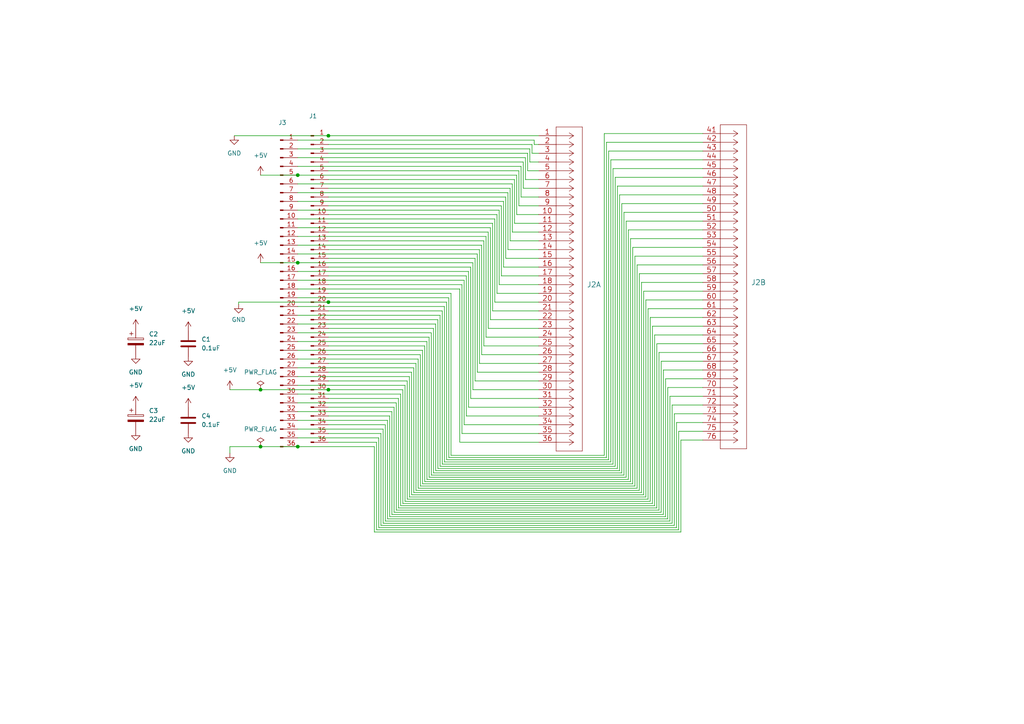
<source format=kicad_sch>
(kicad_sch (version 20211123) (generator eeschema)
  (paper "A4")
  (title_block (title "EDO SIMM Breadboard Adaptor") (date "2022-08-16"))
  (lib_symbols
    (symbol "Connector:Conn_01x36_Male" (pin_names (offset 1.016) hide)
      (property "Reference" "J" (at 0 45.72 0))
      (property "Value" "Conn_01x36_Male" (at 0 -48.26 0))
      (symbol "Conn_01x36_Male_1_1"
        (pin passive line (at 5.08 43.18 180) (length 3.81) (name "Pin_1") (number "1"))
        (pin passive line (at 5.08 20.32 180) (length 3.81) (name "Pin_10") (number "10"))
        (pin passive line (at 5.08 17.78 180) (length 3.81) (name "Pin_11") (number "11"))
        (pin passive line (at 5.08 15.24 180) (length 3.81) (name "Pin_12") (number "12"))
        (pin passive line (at 5.08 12.7 180) (length 3.81) (name "Pin_13") (number "13"))
        (pin passive line (at 5.08 10.16 180) (length 3.81) (name "Pin_14") (number "14"))
        (pin passive line (at 5.08 7.62 180) (length 3.81) (name "Pin_15") (number "15"))
        (pin passive line (at 5.08 5.08 180) (length 3.81) (name "Pin_16") (number "16"))
        (pin passive line (at 5.08 2.54 180) (length 3.81) (name "Pin_17") (number "17"))
        (pin passive line (at 5.08 0 180) (length 3.81) (name "Pin_18") (number "18"))
        (pin passive line (at 5.08 -2.54 180) (length 3.81) (name "Pin_19") (number "19"))
        (pin passive line (at 5.08 40.64 180) (length 3.81) (name "Pin_2") (number "2"))
        (pin passive line (at 5.08 -5.08 180) (length 3.81) (name "Pin_20") (number "20"))
        (pin passive line (at 5.08 -7.62 180) (length 3.81) (name "Pin_21") (number "21"))
        (pin passive line (at 5.08 -10.16 180) (length 3.81) (name "Pin_22") (number "22"))
        (pin passive line (at 5.08 -12.7 180) (length 3.81) (name "Pin_23") (number "23"))
        (pin passive line (at 5.08 -15.24 180) (length 3.81) (name "Pin_24") (number "24"))
        (pin passive line (at 5.08 -17.78 180) (length 3.81) (name "Pin_25") (number "25"))
        (pin passive line (at 5.08 -20.32 180) (length 3.81) (name "Pin_26") (number "26"))
        (pin passive line (at 5.08 -22.86 180) (length 3.81) (name "Pin_27") (number "27"))
        (pin passive line (at 5.08 -25.4 180) (length 3.81) (name "Pin_28") (number "28"))
        (pin passive line (at 5.08 -27.94 180) (length 3.81) (name "Pin_29") (number "29"))
        (pin passive line (at 5.08 38.1 180) (length 3.81) (name "Pin_3") (number "3"))
        (pin passive line (at 5.08 -30.48 180) (length 3.81) (name "Pin_30") (number "30"))
        (pin passive line (at 5.08 -33.02 180) (length 3.81) (name "Pin_31") (number "31"))
        (pin passive line (at 5.08 -35.56 180) (length 3.81) (name "Pin_32") (number "32"))
        (pin passive line (at 5.08 -38.1 180) (length 3.81) (name "Pin_33") (number "33"))
        (pin passive line (at 5.08 -40.64 180) (length 3.81) (name "Pin_34") (number "34"))
        (pin passive line (at 5.08 -43.18 180) (length 3.81) (name "Pin_35") (number "35"))
        (pin passive line (at 5.08 -45.72 180) (length 3.81) (name "Pin_36") (number "36"))
        (pin passive line (at 5.08 35.56 180) (length 3.81) (name "Pin_4") (number "4"))
        (pin passive line (at 5.08 33.02 180) (length 3.81) (name "Pin_5") (number "5"))
        (pin passive line (at 5.08 30.48 180) (length 3.81) (name "Pin_6") (number "6"))
        (pin passive line (at 5.08 27.94 180) (length 3.81) (name "Pin_7") (number "7"))
        (pin passive line (at 5.08 25.4 180) (length 3.81) (name "Pin_8") (number "8"))
        (pin passive line (at 5.08 22.86 180) (length 3.81) (name "Pin_9") (number "9"))
      )
    )
    (symbol "Device:C" (pin_numbers hide) (pin_names (offset 0.254))
      (property "Reference" "C" (at 0.635 2.54 0))
      (property "Value" "C" (at 0.635 -2.54 0))
      (symbol "C_1_1"
        (pin passive line (at 0 3.81 270) (length 2.794) (name "~") (number "1"))
        (pin passive line (at 0 -3.81 90) (length 2.794) (name "~") (number "2"))
      )
    )
    (symbol "Device:C_Polarized" (pin_numbers hide) (pin_names (offset 0.254))
      (property "Reference" "C" (at 0.635 2.54 0))
      (property "Value" "C_Polarized" (at 0.635 -2.54 0))
      (symbol "C_Polarized_1_1"
        (pin passive line (at 0 3.81 270) (length 2.794) (name "~") (number "1"))
        (pin passive line (at 0 -3.81 90) (length 2.794) (name "~") (number "2"))
      )
    )
    (symbol "SIMM:5822134-3" (pin_names (offset 0.254) hide)
      (property "Reference" "J" (at 8.89 6.35 0))
      (property "Value" "5822134-3" (at 10.16 -45.72 0))
      (symbol "5822134-3_1_1"
        (pin unspecified line (at 0 0 0) (length 5.08) (name "1") (number "1"))
        (pin unspecified line (at 0 -22.86 0) (length 5.08) (name "10") (number "10"))
        (pin unspecified line (at 0 -25.4 0) (length 5.08) (name "11") (number "11"))
        (pin unspecified line (at 0 -27.94 0) (length 5.08) (name "12") (number "12"))
        (pin unspecified line (at 0 -30.48 0) (length 5.08) (name "13") (number "13"))
        (pin unspecified line (at 0 -33.02 0) (length 5.08) (name "14") (number "14"))
        (pin unspecified line (at 0 -35.56 0) (length 5.08) (name "15") (number "15"))
        (pin unspecified line (at 0 -38.1 0) (length 5.08) (name "16") (number "16"))
        (pin unspecified line (at 0 -40.64 0) (length 5.08) (name "17") (number "17"))
        (pin unspecified line (at 0 -43.18 0) (length 5.08) (name "18") (number "18"))
        (pin unspecified line (at 0 -45.72 0) (length 5.08) (name "19") (number "19"))
        (pin unspecified line (at 0 -2.54 0) (length 5.08) (name "2") (number "2"))
        (pin unspecified line (at 0 -48.26 0) (length 5.08) (name "20") (number "20"))
        (pin unspecified line (at 0 -50.8 0) (length 5.08) (name "21") (number "21"))
        (pin unspecified line (at 0 -53.34 0) (length 5.08) (name "22") (number "22"))
        (pin unspecified line (at 0 -55.88 0) (length 5.08) (name "23") (number "23"))
        (pin unspecified line (at 0 -58.42 0) (length 5.08) (name "24") (number "24"))
        (pin unspecified line (at 0 -60.96 0) (length 5.08) (name "25") (number "25"))
        (pin unspecified line (at 0 -63.5 0) (length 5.08) (name "26") (number "26"))
        (pin unspecified line (at 0 -66.04 0) (length 5.08) (name "27") (number "27"))
        (pin unspecified line (at 0 -68.58 0) (length 5.08) (name "28") (number "28"))
        (pin unspecified line (at 0 -71.12 0) (length 5.08) (name "29") (number "29"))
        (pin unspecified line (at 0 -5.08 0) (length 5.08) (name "3") (number "3"))
        (pin unspecified line (at 0 -73.66 0) (length 5.08) (name "30") (number "30"))
        (pin unspecified line (at 0 -76.2 0) (length 5.08) (name "31") (number "31"))
        (pin unspecified line (at 0 -78.74 0) (length 5.08) (name "32") (number "32"))
        (pin unspecified line (at 0 -81.28 0) (length 5.08) (name "33") (number "33"))
        (pin unspecified line (at 0 -83.82 0) (length 5.08) (name "34") (number "34"))
        (pin unspecified line (at 0 -86.36 0) (length 5.08) (name "35") (number "35"))
        (pin unspecified line (at 0 -88.9 0) (length 5.08) (name "36") (number "36"))
        (pin unspecified line (at 0 -7.62 0) (length 5.08) (name "4") (number "4"))
        (pin unspecified line (at 0 -10.16 0) (length 5.08) (name "5") (number "5"))
        (pin unspecified line (at 0 -12.7 0) (length 5.08) (name "6") (number "6"))
        (pin unspecified line (at 0 -15.24 0) (length 5.08) (name "7") (number "7"))
        (pin unspecified line (at 0 -17.78 0) (length 5.08) (name "8") (number "8"))
        (pin unspecified line (at 0 -20.32 0) (length 5.08) (name "9") (number "9"))
      )
      (symbol "5822134-3_2_1"
        (pin unspecified line (at 0 0 0) (length 5.08) (name "41") (number "41"))
        (pin unspecified line (at 0 -2.54 0) (length 5.08) (name "42") (number "42"))
        (pin unspecified line (at 0 -5.08 0) (length 5.08) (name "43") (number "43"))
        (pin unspecified line (at 0 -7.62 0) (length 5.08) (name "44") (number "44"))
        (pin unspecified line (at 0 -10.16 0) (length 5.08) (name "45") (number "45"))
        (pin unspecified line (at 0 -12.7 0) (length 5.08) (name "46") (number "46"))
        (pin unspecified line (at 0 -15.24 0) (length 5.08) (name "47") (number "47"))
        (pin unspecified line (at 0 -17.78 0) (length 5.08) (name "48") (number "48"))
        (pin unspecified line (at 0 -20.32 0) (length 5.08) (name "49") (number "49"))
        (pin unspecified line (at 0 -22.86 0) (length 5.08) (name "50") (number "50"))
        (pin unspecified line (at 0 -25.4 0) (length 5.08) (name "51") (number "51"))
        (pin unspecified line (at 0 -27.94 0) (length 5.08) (name "52") (number "52"))
        (pin unspecified line (at 0 -30.48 0) (length 5.08) (name "53") (number "53"))
        (pin unspecified line (at 0 -33.02 0) (length 5.08) (name "54") (number "54"))
        (pin unspecified line (at 0 -35.56 0) (length 5.08) (name "55") (number "55"))
        (pin unspecified line (at 0 -38.1 0) (length 5.08) (name "56") (number "56"))
        (pin unspecified line (at 0 -40.64 0) (length 5.08) (name "57") (number "57"))
        (pin unspecified line (at 0 -43.18 0) (length 5.08) (name "58") (number "58"))
        (pin unspecified line (at 0 -45.72 0) (length 5.08) (name "59") (number "59"))
        (pin unspecified line (at 0 -48.26 0) (length 5.08) (name "60") (number "60"))
        (pin unspecified line (at 0 -50.8 0) (length 5.08) (name "61") (number "61"))
        (pin unspecified line (at 0 -53.34 0) (length 5.08) (name "62") (number "62"))
        (pin unspecified line (at 0 -55.88 0) (length 5.08) (name "63") (number "63"))
        (pin unspecified line (at 0 -58.42 0) (length 5.08) (name "64") (number "64"))
        (pin unspecified line (at 0 -60.96 0) (length 5.08) (name "65") (number "65"))
        (pin unspecified line (at 0 -63.5 0) (length 5.08) (name "66") (number "66"))
        (pin unspecified line (at 0 -66.04 0) (length 5.08) (name "67") (number "67"))
        (pin unspecified line (at 0 -68.58 0) (length 5.08) (name "68") (number "68"))
        (pin unspecified line (at 0 -71.12 0) (length 5.08) (name "69") (number "69"))
        (pin unspecified line (at 0 -73.66 0) (length 5.08) (name "70") (number "70"))
        (pin unspecified line (at 0 -76.2 0) (length 5.08) (name "71") (number "71"))
        (pin unspecified line (at 0 -78.74 0) (length 5.08) (name "72") (number "72"))
        (pin unspecified line (at 0 -81.28 0) (length 5.08) (name "73") (number "73"))
        (pin unspecified line (at 0 -83.82 0) (length 5.08) (name "74") (number "74"))
        (pin unspecified line (at 0 -86.36 0) (length 5.08) (name "75") (number "75"))
        (pin unspecified line (at 0 -88.9 0) (length 5.08) (name "76") (number "76"))
      )
    )
    (symbol "power:+5V" (power) (pin_names (offset 0))
      (property "Value" "+5V" (at 0 3.556 0))
      (symbol "+5V_1_1"
        (pin power_in line (at 0 0 90) (length 0) hide (name "+5V") (number "1"))
      )
    )
    (symbol "power:GND" (power) (pin_names (offset 0))
      (property "Value" "GND" (at 0 -3.81 0))
      (symbol "GND_1_1"
        (pin power_in line (at 0 0 270) (length 0) hide (name "GND") (number "1"))
      )
    )
    (symbol "power:PWR_FLAG" (power) (pin_numbers hide) (pin_names (offset 0) hide)
      (property "Value" "PWR_FLAG" (at 0 3.81 0))
      (symbol "PWR_FLAG_0_0"
        (pin power_out line (at 0 0 90) (length 0) (name "pwr") (number "1"))
      )
    )
  )
  (junction (at 95.25 39.37))
  (junction (at 86.36 50.8))
  (junction (at 75.565 113.03))
  (junction (at 86.36 129.54))
  (junction (at 86.36 76.2))
  (junction (at 75.565 129.54))
  (junction (at 95.25 87.63))
  (junction (at 95.25 113.03))
  (wire (pts (xy 86.36 104.14) (xy 121.285 104.14)))
  (wire (pts (xy 86.36 55.88) (xy 147.32 55.88)))
  (wire (pts (xy 186.055 142.875) (xy 186.055 81.915)))
  (wire (pts (xy 126.365 93.98) (xy 126.365 136.525)))
  (wire (pts (xy 193.675 112.395) (xy 203.835 112.395)))
  (wire (pts (xy 123.825 139.065) (xy 182.245 139.065)))
  (wire (pts (xy 95.25 57.15) (xy 146.685 57.15)))
  (wire (pts (xy 151.765 46.99) (xy 151.765 54.61)))
  (wire (pts (xy 121.92 102.87) (xy 121.92 140.97)))
  (wire (pts (xy 144.145 62.23) (xy 144.145 85.09)))
  (wire (pts (xy 113.665 149.225) (xy 192.405 149.225)))
  (wire (pts (xy 150.495 49.53) (xy 150.495 59.69)))
  (wire (pts (xy 125.73 95.25) (xy 125.73 137.16)))
  (wire (pts (xy 86.36 116.84) (xy 114.935 116.84)))
  (wire (pts (xy 115.57 147.32) (xy 190.5 147.32)))
  (wire (pts (xy 142.24 92.71) (xy 156.21 92.71)))
  (wire (pts (xy 133.985 82.55) (xy 133.985 125.73)))
  (wire (pts (xy 150.495 59.69) (xy 156.21 59.69)))
  (wire (pts (xy 139.065 105.41) (xy 156.21 105.41)))
  (wire (pts (xy 109.22 153.67) (xy 196.85 153.67)))
  (wire (pts (xy 86.36 96.52) (xy 125.095 96.52)))
  (wire (pts (xy 180.975 61.595) (xy 203.835 61.595)))
  (wire (pts (xy 125.73 137.16) (xy 180.34 137.16)))
  (wire (pts (xy 125.095 137.795) (xy 180.975 137.795)))
  (wire (pts (xy 127.635 91.44) (xy 127.635 135.255)))
  (wire (pts (xy 75.565 129.54) (xy 86.36 129.54)))
  (wire (pts (xy 177.165 46.355) (xy 203.835 46.355)))
  (wire (pts (xy 86.36 88.9) (xy 128.905 88.9)))
  (wire (pts (xy 95.25 120.65) (xy 113.03 120.65)))
  (wire (pts (xy 187.96 144.78) (xy 187.96 89.535)))
  (wire (pts (xy 136.525 77.47) (xy 136.525 115.57)))
  (wire (pts (xy 86.36 48.26) (xy 151.13 48.26)))
  (wire (pts (xy 122.555 101.6) (xy 122.555 140.335)))
  (wire (pts (xy 176.53 133.35) (xy 176.53 43.815)))
  (wire (pts (xy 95.25 115.57) (xy 115.57 115.57)))
  (wire (pts (xy 86.36 76.2) (xy 137.16 76.2)))
  (wire (pts (xy 149.86 62.23) (xy 156.21 62.23)))
  (wire (pts (xy 120.015 142.875) (xy 186.055 142.875)))
  (wire (pts (xy 177.165 133.985) (xy 177.165 46.355)))
  (wire (pts (xy 110.49 125.73) (xy 110.49 152.4)))
  (wire (pts (xy 126.365 136.525) (xy 179.705 136.525)))
  (wire (pts (xy 175.26 38.735) (xy 203.835 38.735)))
  (wire (pts (xy 113.03 120.65) (xy 113.03 149.86)))
  (wire (pts (xy 186.69 143.51) (xy 186.69 84.455)))
  (wire (pts (xy 123.825 99.06) (xy 123.825 139.065)))
  (wire (pts (xy 86.36 106.68) (xy 120.015 106.68)))
  (wire (pts (xy 116.205 114.3) (xy 116.205 146.685)))
  (wire (pts (xy 124.46 97.79) (xy 124.46 138.43)))
  (wire (pts (xy 95.25 100.33) (xy 123.19 100.33)))
  (wire (pts (xy 121.92 140.97) (xy 184.15 140.97)))
  (wire (pts (xy 151.13 48.26) (xy 151.13 57.15)))
  (wire (pts (xy 95.25 77.47) (xy 136.525 77.47)))
  (wire (pts (xy 86.36 50.8) (xy 149.86 50.8)))
  (wire (pts (xy 135.255 80.01) (xy 135.255 120.65)))
  (wire (pts (xy 187.325 86.995) (xy 203.835 86.995)))
  (wire (pts (xy 95.25 105.41) (xy 120.65 105.41)))
  (wire (pts (xy 140.335 69.85) (xy 140.335 100.33)))
  (wire (pts (xy 177.8 134.62) (xy 177.8 48.895)))
  (wire (pts (xy 154.305 41.91) (xy 154.305 44.45)))
  (wire (pts (xy 124.46 138.43) (xy 181.61 138.43)))
  (wire (pts (xy 108.585 129.54) (xy 108.585 154.305)))
  (wire (pts (xy 128.27 134.62) (xy 177.8 134.62)))
  (wire (pts (xy 137.16 76.2) (xy 137.16 113.03)))
  (wire (pts (xy 86.36 58.42) (xy 146.05 58.42)))
  (wire (pts (xy 179.07 53.975) (xy 203.835 53.975)))
  (wire (pts (xy 140.97 97.79) (xy 156.21 97.79)))
  (wire (pts (xy 130.81 132.08) (xy 175.26 132.08)))
  (wire (pts (xy 95.25 97.79) (xy 124.46 97.79)))
  (wire (pts (xy 95.25 128.27) (xy 109.22 128.27)))
  (wire (pts (xy 136.525 115.57) (xy 156.21 115.57)))
  (wire (pts (xy 194.31 151.13) (xy 194.31 114.935)))
  (wire (pts (xy 142.875 90.17) (xy 156.21 90.17)))
  (wire (pts (xy 95.25 69.85) (xy 140.335 69.85)))
  (wire (pts (xy 193.04 109.855) (xy 203.835 109.855)))
  (wire (pts (xy 86.36 121.92) (xy 112.395 121.92)))
  (wire (pts (xy 139.7 71.12) (xy 139.7 102.87)))
  (wire (pts (xy 125.095 96.52) (xy 125.095 137.795)))
  (wire (pts (xy 127 92.71) (xy 127 135.89)))
  (wire (pts (xy 196.215 122.555) (xy 203.835 122.555)))
  (wire (pts (xy 95.25 102.87) (xy 121.92 102.87)))
  (wire (pts (xy 191.135 147.955) (xy 191.135 102.235)))
  (wire (pts (xy 145.415 80.01) (xy 156.21 80.01)))
  (wire (pts (xy 86.36 114.3) (xy 116.205 114.3)))
  (wire (pts (xy 95.25 39.37) (xy 67.945 39.37)))
  (wire (pts (xy 140.335 100.33) (xy 156.21 100.33)))
  (wire (pts (xy 149.86 50.8) (xy 149.86 62.23)))
  (wire (pts (xy 179.705 136.525) (xy 179.705 56.515)))
  (wire (pts (xy 178.435 135.255) (xy 178.435 51.435)))
  (wire (pts (xy 147.955 69.85) (xy 156.21 69.85)))
  (wire (pts (xy 86.36 73.66) (xy 138.43 73.66)))
  (wire (pts (xy 66.675 113.03) (xy 75.565 113.03)))
  (wire (pts (xy 151.13 57.15) (xy 156.21 57.15)))
  (wire (pts (xy 112.395 150.495) (xy 193.675 150.495)))
  (wire (pts (xy 75.565 113.03) (xy 95.25 113.03)))
  (wire (pts (xy 122.555 140.335) (xy 183.515 140.335)))
  (wire (pts (xy 111.125 124.46) (xy 111.125 151.765)))
  (wire (pts (xy 153.035 44.45) (xy 153.035 49.53)))
  (wire (pts (xy 118.11 110.49) (xy 118.11 144.78)))
  (wire (pts (xy 119.38 107.95) (xy 119.38 143.51)))
  (wire (pts (xy 182.88 69.215) (xy 203.835 69.215)))
  (wire (pts (xy 186.055 81.915) (xy 203.835 81.915)))
  (wire (pts (xy 109.855 153.035) (xy 196.215 153.035)))
  (wire (pts (xy 95.25 46.99) (xy 151.765 46.99)))
  (wire (pts (xy 95.25 92.71) (xy 127 92.71)))
  (wire (pts (xy 191.135 102.235) (xy 203.835 102.235)))
  (wire (pts (xy 116.205 146.685) (xy 189.865 146.685)))
  (wire (pts (xy 113.03 149.86) (xy 193.04 149.86)))
  (wire (pts (xy 112.395 121.92) (xy 112.395 150.495)))
  (wire (pts (xy 86.36 91.44) (xy 127.635 91.44)))
  (wire (pts (xy 114.3 148.59) (xy 191.77 148.59)))
  (wire (pts (xy 187.96 89.535) (xy 203.835 89.535)))
  (wire (pts (xy 114.935 147.955) (xy 191.135 147.955)))
  (wire (pts (xy 194.31 114.935) (xy 203.835 114.935)))
  (wire (pts (xy 138.43 73.66) (xy 138.43 107.95)))
  (wire (pts (xy 153.035 49.53) (xy 156.21 49.53)))
  (wire (pts (xy 135.255 120.65) (xy 156.21 120.65)))
  (wire (pts (xy 95.25 74.93) (xy 137.795 74.93)))
  (wire (pts (xy 86.36 60.96) (xy 144.78 60.96)))
  (wire (pts (xy 95.25 110.49) (xy 118.11 110.49)))
  (wire (pts (xy 95.25 52.07) (xy 149.225 52.07)))
  (wire (pts (xy 147.32 72.39) (xy 156.21 72.39)))
  (wire (pts (xy 86.36 124.46) (xy 111.125 124.46)))
  (wire (pts (xy 179.705 56.515) (xy 203.835 56.515)))
  (wire (pts (xy 190.5 147.32) (xy 190.5 99.695)))
  (wire (pts (xy 118.745 144.145) (xy 187.325 144.145)))
  (wire (pts (xy 113.665 119.38) (xy 113.665 149.225)))
  (wire (pts (xy 95.25 85.09) (xy 130.81 85.09)))
  (wire (pts (xy 142.24 66.04) (xy 142.24 92.71)))
  (wire (pts (xy 109.22 128.27) (xy 109.22 153.67)))
  (wire (pts (xy 188.595 92.075) (xy 203.835 92.075)))
  (wire (pts (xy 130.175 132.715) (xy 175.895 132.715)))
  (wire (pts (xy 95.25 87.63) (xy 69.215 87.63)))
  (wire (pts (xy 146.685 74.93) (xy 156.21 74.93)))
  (wire (pts (xy 95.25 123.19) (xy 111.76 123.19)))
  (wire (pts (xy 86.36 53.34) (xy 148.59 53.34)))
  (wire (pts (xy 86.36 119.38) (xy 113.665 119.38)))
  (wire (pts (xy 117.475 145.415) (xy 188.595 145.415)))
  (wire (pts (xy 193.675 150.495) (xy 193.675 112.395)))
  (wire (pts (xy 129.54 87.63) (xy 129.54 133.35)))
  (wire (pts (xy 147.32 55.88) (xy 147.32 72.39)))
  (wire (pts (xy 130.175 86.36) (xy 130.175 132.715)))
  (wire (pts (xy 123.19 100.33) (xy 123.19 139.7)))
  (wire (pts (xy 95.25 59.69) (xy 145.415 59.69)))
  (wire (pts (xy 154.305 44.45) (xy 156.21 44.45)))
  (wire (pts (xy 135.89 118.11) (xy 156.21 118.11)))
  (wire (pts (xy 110.49 152.4) (xy 195.58 152.4)))
  (wire (pts (xy 153.67 46.99) (xy 156.21 46.99)))
  (wire (pts (xy 86.36 68.58) (xy 140.97 68.58)))
  (wire (pts (xy 176.53 43.815) (xy 203.835 43.815)))
  (wire (pts (xy 95.25 118.11) (xy 114.3 118.11)))
  (wire (pts (xy 133.35 128.27) (xy 156.21 128.27)))
  (wire (pts (xy 187.325 144.145) (xy 187.325 86.995)))
  (wire (pts (xy 194.945 151.765) (xy 194.945 117.475)))
  (wire (pts (xy 95.25 82.55) (xy 133.985 82.55)))
  (wire (pts (xy 148.59 53.34) (xy 148.59 67.31)))
  (wire (pts (xy 185.42 79.375) (xy 203.835 79.375)))
  (wire (pts (xy 121.285 141.605) (xy 184.785 141.605)))
  (wire (pts (xy 95.25 49.53) (xy 150.495 49.53)))
  (wire (pts (xy 119.38 143.51) (xy 186.69 143.51)))
  (wire (pts (xy 181.61 138.43) (xy 181.61 64.135)))
  (wire (pts (xy 189.23 146.05) (xy 189.23 94.615)))
  (wire (pts (xy 95.25 87.63) (xy 129.54 87.63)))
  (wire (pts (xy 192.405 107.315) (xy 203.835 107.315)))
  (wire (pts (xy 189.865 146.685) (xy 189.865 97.155)))
  (wire (pts (xy 192.405 149.225) (xy 192.405 107.315)))
  (wire (pts (xy 137.795 110.49) (xy 156.21 110.49)))
  (wire (pts (xy 111.76 123.19) (xy 111.76 151.13)))
  (wire (pts (xy 121.285 104.14) (xy 121.285 141.605)))
  (wire (pts (xy 144.78 82.55) (xy 156.21 82.55)))
  (wire (pts (xy 108.585 154.305) (xy 197.485 154.305)))
  (wire (pts (xy 86.36 50.8) (xy 75.565 50.8)))
  (wire (pts (xy 179.07 135.89) (xy 179.07 53.975)))
  (wire (pts (xy 116.84 146.05) (xy 189.23 146.05)))
  (wire (pts (xy 95.25 125.73) (xy 110.49 125.73)))
  (wire (pts (xy 193.04 149.86) (xy 193.04 109.855)))
  (wire (pts (xy 86.36 111.76) (xy 117.475 111.76)))
  (wire (pts (xy 128.27 90.17) (xy 128.27 134.62)))
  (wire (pts (xy 120.015 106.68) (xy 120.015 142.875)))
  (wire (pts (xy 86.36 66.04) (xy 142.24 66.04)))
  (wire (pts (xy 195.58 152.4) (xy 195.58 120.015)))
  (wire (pts (xy 134.62 81.28) (xy 134.62 123.19)))
  (wire (pts (xy 196.85 125.095) (xy 203.835 125.095)))
  (wire (pts (xy 75.565 76.2) (xy 86.36 76.2)))
  (wire (pts (xy 141.605 95.25) (xy 156.21 95.25)))
  (wire (pts (xy 129.54 133.35) (xy 176.53 133.35)))
  (wire (pts (xy 148.59 67.31) (xy 156.21 67.31)))
  (wire (pts (xy 186.69 84.455) (xy 203.835 84.455)))
  (wire (pts (xy 189.23 94.615) (xy 203.835 94.615)))
  (wire (pts (xy 188.595 145.415) (xy 188.595 92.075)))
  (wire (pts (xy 118.745 109.22) (xy 118.745 144.145)))
  (wire (pts (xy 135.89 78.74) (xy 135.89 118.11)))
  (wire (pts (xy 120.65 105.41) (xy 120.65 142.24)))
  (wire (pts (xy 181.61 64.135) (xy 203.835 64.135)))
  (wire (pts (xy 95.25 107.95) (xy 119.38 107.95)))
  (wire (pts (xy 147.955 54.61) (xy 147.955 69.85)))
  (wire (pts (xy 185.42 142.24) (xy 185.42 79.375)))
  (wire (pts (xy 86.36 109.22) (xy 118.745 109.22)))
  (wire (pts (xy 138.43 107.95) (xy 156.21 107.95)))
  (wire (pts (xy 191.77 104.775) (xy 203.835 104.775)))
  (wire (pts (xy 178.435 51.435) (xy 203.835 51.435)))
  (wire (pts (xy 182.245 139.065) (xy 182.245 66.675)))
  (wire (pts (xy 154.94 41.91) (xy 156.21 41.91)))
  (wire (pts (xy 86.36 93.98) (xy 126.365 93.98)))
  (wire (pts (xy 152.4 45.72) (xy 152.4 52.07)))
  (wire (pts (xy 115.57 115.57) (xy 115.57 147.32)))
  (wire (pts (xy 86.36 40.64) (xy 154.94 40.64)))
  (wire (pts (xy 144.145 85.09) (xy 156.21 85.09)))
  (wire (pts (xy 175.895 41.275) (xy 203.835 41.275)))
  (wire (pts (xy 143.51 63.5) (xy 143.51 87.63)))
  (wire (pts (xy 95.25 67.31) (xy 141.605 67.31)))
  (wire (pts (xy 95.25 41.91) (xy 154.305 41.91)))
  (wire (pts (xy 149.225 52.07) (xy 149.225 64.77)))
  (wire (pts (xy 143.51 87.63) (xy 156.21 87.63)))
  (wire (pts (xy 86.36 71.12) (xy 139.7 71.12)))
  (wire (pts (xy 69.215 87.63) (xy 69.215 88.265)))
  (wire (pts (xy 183.515 140.335) (xy 183.515 71.755)))
  (wire (pts (xy 146.05 58.42) (xy 146.05 77.47)))
  (wire (pts (xy 127.635 135.255) (xy 178.435 135.255)))
  (wire (pts (xy 86.36 78.74) (xy 135.89 78.74)))
  (wire (pts (xy 175.26 132.08) (xy 175.26 38.735)))
  (wire (pts (xy 191.77 148.59) (xy 191.77 104.775)))
  (wire (pts (xy 146.685 57.15) (xy 146.685 74.93)))
  (wire (pts (xy 95.25 54.61) (xy 147.955 54.61)))
  (wire (pts (xy 190.5 99.695) (xy 203.835 99.695)))
  (wire (pts (xy 146.05 77.47) (xy 156.21 77.47)))
  (wire (pts (xy 184.785 141.605) (xy 184.785 76.835)))
  (wire (pts (xy 182.88 139.7) (xy 182.88 69.215)))
  (wire (pts (xy 123.19 139.7) (xy 182.88 139.7)))
  (wire (pts (xy 86.36 83.82) (xy 133.35 83.82)))
  (wire (pts (xy 154.94 40.64) (xy 154.94 41.91)))
  (wire (pts (xy 156.21 39.37) (xy 95.25 39.37)))
  (wire (pts (xy 144.78 60.96) (xy 144.78 82.55)))
  (wire (pts (xy 180.34 59.055) (xy 203.835 59.055)))
  (wire (pts (xy 189.865 97.155) (xy 203.835 97.155)))
  (wire (pts (xy 128.905 88.9) (xy 128.905 133.985)))
  (wire (pts (xy 130.81 85.09) (xy 130.81 132.08)))
  (wire (pts (xy 196.215 153.035) (xy 196.215 122.555)))
  (wire (pts (xy 95.25 64.77) (xy 142.875 64.77)))
  (wire (pts (xy 128.905 133.985) (xy 177.165 133.985)))
  (wire (pts (xy 175.895 132.715) (xy 175.895 41.275)))
  (wire (pts (xy 127 135.89) (xy 179.07 135.89)))
  (wire (pts (xy 95.25 95.25) (xy 125.73 95.25)))
  (wire (pts (xy 66.675 131.445) (xy 66.675 129.54)))
  (wire (pts (xy 139.7 102.87) (xy 156.21 102.87)))
  (wire (pts (xy 184.785 76.835) (xy 203.835 76.835)))
  (wire (pts (xy 180.34 137.16) (xy 180.34 59.055)))
  (wire (pts (xy 114.935 116.84) (xy 114.935 147.955)))
  (wire (pts (xy 133.985 125.73) (xy 156.21 125.73)))
  (wire (pts (xy 95.25 80.01) (xy 135.255 80.01)))
  (wire (pts (xy 134.62 123.19) (xy 156.21 123.19)))
  (wire (pts (xy 95.25 113.03) (xy 116.84 113.03)))
  (wire (pts (xy 145.415 59.69) (xy 145.415 80.01)))
  (wire (pts (xy 184.15 74.295) (xy 203.835 74.295)))
  (wire (pts (xy 66.675 129.54) (xy 75.565 129.54)))
  (wire (pts (xy 197.485 154.305) (xy 197.485 127.635)))
  (wire (pts (xy 196.85 153.67) (xy 196.85 125.095)))
  (wire (pts (xy 139.065 72.39) (xy 139.065 105.41)))
  (wire (pts (xy 149.225 64.77) (xy 156.21 64.77)))
  (wire (pts (xy 86.36 63.5) (xy 143.51 63.5)))
  (wire (pts (xy 95.25 44.45) (xy 153.035 44.45)))
  (wire (pts (xy 114.3 118.11) (xy 114.3 148.59)))
  (wire (pts (xy 151.765 54.61) (xy 156.21 54.61)))
  (wire (pts (xy 86.36 43.18) (xy 153.67 43.18)))
  (wire (pts (xy 111.76 151.13) (xy 194.31 151.13)))
  (wire (pts (xy 86.36 81.28) (xy 134.62 81.28)))
  (wire (pts (xy 111.125 151.765) (xy 194.945 151.765)))
  (wire (pts (xy 86.36 127) (xy 109.855 127)))
  (wire (pts (xy 86.36 129.54) (xy 108.585 129.54)))
  (wire (pts (xy 140.97 68.58) (xy 140.97 97.79)))
  (wire (pts (xy 86.36 45.72) (xy 152.4 45.72)))
  (wire (pts (xy 86.36 101.6) (xy 122.555 101.6)))
  (wire (pts (xy 177.8 48.895) (xy 203.835 48.895)))
  (wire (pts (xy 86.36 99.06) (xy 123.825 99.06)))
  (wire (pts (xy 116.84 113.03) (xy 116.84 146.05)))
  (wire (pts (xy 118.11 144.78) (xy 187.96 144.78)))
  (wire (pts (xy 133.35 83.82) (xy 133.35 128.27)))
  (wire (pts (xy 153.67 43.18) (xy 153.67 46.99)))
  (wire (pts (xy 109.855 127) (xy 109.855 153.035)))
  (wire (pts (xy 195.58 120.015) (xy 203.835 120.015)))
  (wire (pts (xy 142.875 64.77) (xy 142.875 90.17)))
  (wire (pts (xy 152.4 52.07) (xy 156.21 52.07)))
  (wire (pts (xy 86.36 86.36) (xy 130.175 86.36)))
  (wire (pts (xy 141.605 67.31) (xy 141.605 95.25)))
  (wire (pts (xy 183.515 71.755) (xy 203.835 71.755)))
  (wire (pts (xy 117.475 111.76) (xy 117.475 145.415)))
  (wire (pts (xy 184.15 140.97) (xy 184.15 74.295)))
  (wire (pts (xy 95.25 62.23) (xy 144.145 62.23)))
  (wire (pts (xy 120.65 142.24) (xy 185.42 142.24)))
  (wire (pts (xy 137.16 113.03) (xy 156.21 113.03)))
  (wire (pts (xy 95.25 90.17) (xy 128.27 90.17)))
  (wire (pts (xy 95.25 72.39) (xy 139.065 72.39)))
  (wire (pts (xy 194.945 117.475) (xy 203.835 117.475)))
  (wire (pts (xy 180.975 137.795) (xy 180.975 61.595)))
  (wire (pts (xy 197.485 127.635) (xy 203.835 127.635)))
  (wire (pts (xy 137.795 74.93) (xy 137.795 110.49)))
  (wire (pts (xy 182.245 66.675) (xy 203.835 66.675)))
  (symbol (lib_id "power:PWR_FLAG") (at 75.565 113.03 0) (unit 1)
    (property "Reference" "#FLG01" (effects hide))
    (property "Value" "PWR_FLAG" (at 75.565 107.95 0))
  )
  (symbol (lib_id "Connector:Conn_01x36_Male") (at 90.17 82.55 0) (unit 1)
    (property "Reference" "J1" (at 90.805 33.655 0))
    (property "Value" "Conn_01x36_Male" (effects hide))
    (property "Footprint" "Connector_PinHeader_2.54mm:PinHeader_1x36_P2.54mm_Vertical" (effects hide))
  )
  (symbol (lib_id "Device:C") (at 54.61 99.695 180) (unit 1)
    (property "Reference" "C1" (at 58.42 98.4249 0) (effects (justify right)))
    (property "Value" "0.1uF" (at 58.42 100.9649 0) (effects (justify right)))
    (property "Footprint" "Capacitor_THT:C_Disc_D4.3mm_W1.9mm_P5.00mm" (effects hide))
  )
  (symbol (lib_id "power:GND") (at 54.61 125.73 0) (unit 1)
    (property "Reference" "#PWR011" (effects hide))
    (property "Value" "GND" (at 54.61 130.81 0))
  )
  (symbol (lib_id "Device:C_Polarized") (at 39.37 121.285 0) (unit 1)
    (property "Reference" "C3" (at 43.18 119.1259 0) (effects (justify left)))
    (property "Value" "22uF" (at 43.18 121.6659 0) (effects (justify left)))
    (property "Footprint" "Capacitor_THT:CP_Radial_D5.0mm_P2.00mm" (effects hide))
  )
  (symbol (lib_id "power:GND") (at 54.61 103.505 0) (unit 1)
    (property "Reference" "#PWR02" (effects hide))
    (property "Value" "GND" (at 54.61 108.585 0))
  )
  (symbol (lib_id "power:+5V") (at 39.37 95.25 0) (unit 1)
    (property "Reference" "#PWR06" (effects hide))
    (property "Value" "+5V" (at 39.37 89.535 0))
  )
  (symbol (lib_id "SIMM:5822134-3") (at 156.21 39.37 0) (unit 1)
    (property "Reference" "J2" (at 170.18 82.55 0) (effects (font (size 1.524 1.524)) (justify left)))
    (property "Value" "5822134-3" (effects hide))
    (property "Footprint" "simm:5822134-3" (effects hide))
  )
  (symbol (lib_id "power:+5V") (at 39.37 117.475 0) (unit 1)
    (property "Reference" "#PWR08" (effects hide))
    (property "Value" "+5V" (at 39.37 111.76 0))
  )
  (symbol (lib_id "power:+5V") (at 54.61 118.11 0) (unit 1)
    (property "Reference" "#PWR010" (effects hide))
    (property "Value" "+5V" (at 54.61 112.395 0))
  )
  (symbol (lib_id "Device:C_Polarized") (at 39.37 99.06 0) (unit 1)
    (property "Reference" "C2" (at 43.18 96.9009 0) (effects (justify left)))
    (property "Value" "22uF" (at 43.18 99.4409 0) (effects (justify left)))
    (property "Footprint" "Capacitor_THT:CP_Radial_D5.0mm_P2.00mm" (effects hide))
  )
  (symbol (lib_id "power:PWR_FLAG") (at 75.565 129.54 0) (unit 1)
    (property "Reference" "#FLG02" (effects hide))
    (property "Value" "PWR_FLAG" (at 75.565 124.46 0))
  )
  (symbol (lib_id "power:+5V") (at 54.61 95.885 0) (unit 1)
    (property "Reference" "#PWR01" (effects hide))
    (property "Value" "+5V" (at 54.61 90.17 0))
  )
  (symbol (lib_id "power:+5V") (at 75.565 50.8 0) (unit 1)
    (property "Reference" "#PWR0102" (effects hide))
    (property "Value" "+5V" (at 75.565 45.085 0))
  )
  (symbol (lib_id "power:+5V") (at 66.675 113.03 0) (unit 1)
    (property "Reference" "#PWR05" (effects hide))
    (property "Value" "+5V" (at 66.675 107.315 0))
  )
  (symbol (lib_id "power:GND") (at 66.675 131.445 0) (unit 1)
    (property "Reference" "#PWR0101" (effects hide))
    (property "Value" "GND" (at 66.675 136.525 0))
  )
  (symbol (lib_id "power:+5V") (at 75.565 76.2 0) (unit 1)
    (property "Reference" "#PWR04" (effects hide))
    (property "Value" "+5V" (at 75.565 70.485 0))
  )
  (symbol (lib_id "power:GND") (at 39.37 102.87 0) (unit 1)
    (property "Reference" "#PWR07" (effects hide))
    (property "Value" "GND" (at 39.37 107.95 0))
  )
  (symbol (lib_id "SIMM:5822134-3") (at 203.835 38.735 0) (unit 2)
    (property "Reference" "J2" (at 217.805 81.915 0) (effects (font (size 1.524 1.524)) (justify left)))
    (property "Value" "5822134-3" (effects hide))
    (property "Footprint" "simm:5822134-3" (effects hide))
  )
  (symbol (lib_id "Connector:Conn_01x36_Male") (at 81.28 83.82 0) (unit 1)
    (property "Reference" "J3" (at 81.915 35.56 0))
    (property "Value" "Conn_01x36_Male" (effects hide))
    (property "Footprint" "Connector_PinHeader_2.54mm:PinHeader_1x36_P2.54mm_Vertical" (effects hide))
  )
  (symbol (lib_id "Device:C") (at 54.61 121.92 180) (unit 1)
    (property "Reference" "C4" (at 58.42 120.6499 0) (effects (justify right)))
    (property "Value" "0.1uF" (at 58.42 123.1899 0) (effects (justify right)))
    (property "Footprint" "Capacitor_THT:C_Disc_D4.3mm_W1.9mm_P5.00mm" (effects hide))
  )
  (symbol (lib_id "power:GND") (at 69.215 88.265 0) (unit 1)
    (property "Reference" "#PWR012" (effects hide))
    (property "Value" "GND" (at 69.215 92.71 0))
  )
  (symbol (lib_id "power:GND") (at 67.945 39.37 0) (unit 1)
    (property "Reference" "#PWR03" (effects hide))
    (property "Value" "GND" (at 67.945 44.45 0))
  )
  (symbol (lib_id "power:GND") (at 39.37 125.095 0) (unit 1)
    (property "Reference" "#PWR09" (effects hide))
    (property "Value" "GND" (at 39.37 130.175 0))
  )
)
</source>
